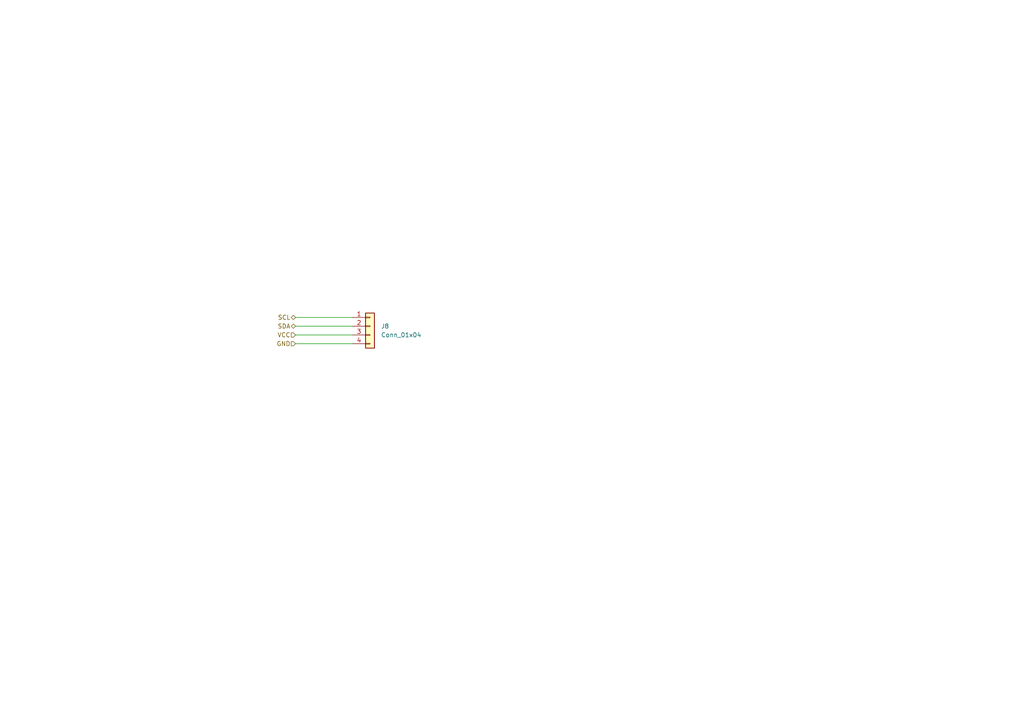
<source format=kicad_sch>
(kicad_sch (version 20211123) (generator eeschema)
  (paper "A4")
  (lib_symbols
    (symbol "Connector_Generic:Conn_01x04" (pin_names (offset 1.016) hide)
      (property "Reference" "J" (at 0 5.08 0))
      (property "Value" "Conn_01x04" (at 0 -7.62 0))
      (symbol "Conn_01x04_1_1"
        (rectangle (start -1.27 -4.953) (end 0 -5.207) (stroke (width 0.1524)))
        (rectangle (start -1.27 -2.413) (end 0 -2.667) (stroke (width 0.1524)))
        (rectangle (start -1.27 0.127) (end 0 -0.127) (stroke (width 0.1524)))
        (rectangle (start -1.27 2.667) (end 0 2.413) (stroke (width 0.1524)))
        (rectangle (start -1.27 3.81) (end 1.27 -6.35) (stroke (width 0.254)) (fill (type background)))
        (pin passive line (at -5.08 2.54 0) (length 3.81) (name "Pin_1") (number "1"))
        (pin passive line (at -5.08 0 0) (length 3.81) (name "Pin_2") (number "2"))
        (pin passive line (at -5.08 -2.54 0) (length 3.81) (name "Pin_3") (number "3"))
        (pin passive line (at -5.08 -5.08 0) (length 3.81) (name "Pin_4") (number "4"))
      )
    )
  )
  (wire (pts (xy 85.725 92.075) (xy 102.235 92.075)))
  (wire (pts (xy 85.725 97.155) (xy 102.235 97.155)))
  (wire (pts (xy 85.725 99.695) (xy 102.235 99.695)))
  (wire (pts (xy 85.725 94.615) (xy 102.235 94.615)))
  (hierarchical_label "SCL" (shape bidirectional) (at 85.725 92.075 180))
  (hierarchical_label "GND" (shape input) (at 85.725 99.695 180))
  (hierarchical_label "SDA" (shape bidirectional) (at 85.725 94.615 180))
  (hierarchical_label "VCC" (shape input) (at 85.725 97.155 180))
  (symbol (lib_id "Connector_Generic:Conn_01x04") (at 107.315 94.615 0) (unit 1)
    (property "Reference" "J8" (at 110.49 94.6149 0) (effects (justify left)))
    (property "Value" "Conn_01x04" (at 110.49 97.1549 0) (effects (justify left)))
    (property "Footprint" "Connector_JST:JST_SH_BM04B-SRSS-TB_1x04-1MP_P1.00mm_Vertical" (effects hide))
  )
)
</source>
